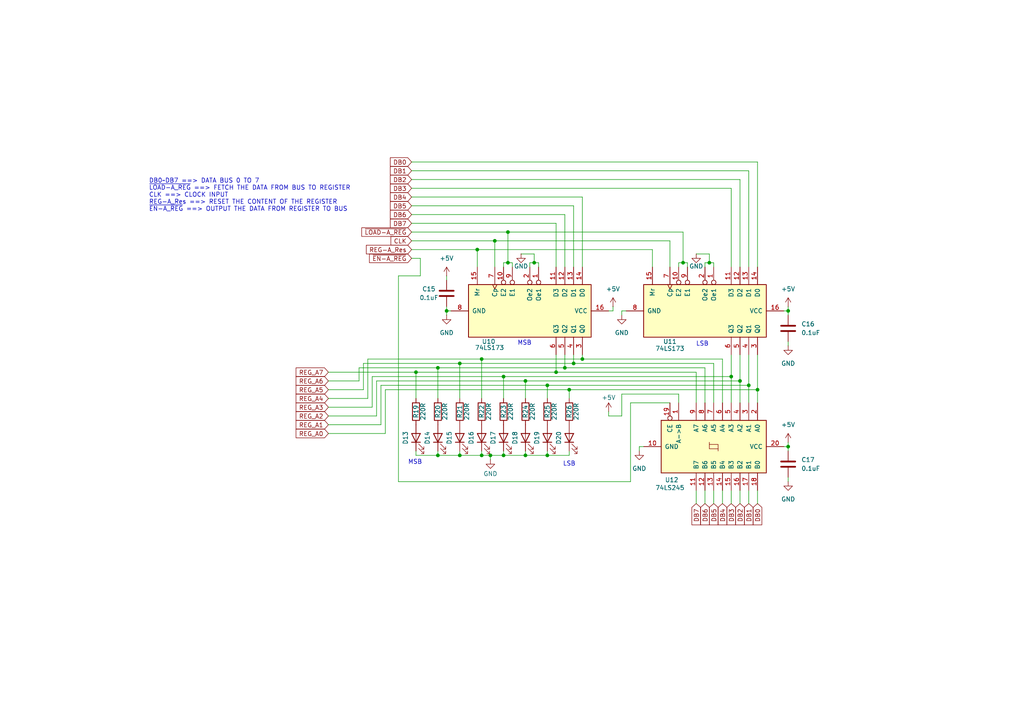
<source format=kicad_sch>
(kicad_sch (version 20231120) (generator "eeschema") (generator_version "8.0")
  (paper "A4")
  (title_block (title "8-BIT A REGISTER") (date "2024-09-16") (rev "0.0") (company "MY COMPANY") (comment 1 "AUTHOR SAYAN RANA"))
  (lib_symbols
    (symbol "74xx:74LS173" (pin_names (offset 1.016))
      (property "Reference" "U" (at -7.62 19.05 0))
      (property "Value" "74LS173" (at -7.62 -19.05 0))
      (symbol "74LS173_1_0"
        (pin input inverted (at -12.7 2.54 0) (length 5.08) (name "Oe1") (number "1"))
        (pin input inverted (at -12.7 -7.62 0) (length 5.08) (name "E2") (number "10"))
        (pin input line (at -12.7 7.62 0) (length 5.08) (name "D3") (number "11"))
        (pin input line (at -12.7 10.16 0) (length 5.08) (name "D2") (number "12"))
        (pin input line (at -12.7 12.7 0) (length 5.08) (name "D1") (number "13"))
        (pin input line (at -12.7 15.24 0) (length 5.08) (name "D0") (number "14"))
        (pin input line (at -12.7 -15.24 0) (length 5.08) (name "Mr") (number "15"))
        (pin power_in line (at 0 22.86 270) (length 5.08) (name "VCC") (number "16"))
        (pin input inverted (at -12.7 0 0) (length 5.08) (name "Oe2") (number "2"))
        (pin tri_state line (at 12.7 15.24 180) (length 5.08) (name "Q0") (number "3"))
        (pin tri_state line (at 12.7 12.7 180) (length 5.08) (name "Q1") (number "4"))
        (pin tri_state line (at 12.7 10.16 180) (length 5.08) (name "Q2") (number "5"))
        (pin tri_state line (at 12.7 7.62 180) (length 5.08) (name "Q3") (number "6"))
        (pin input clock (at -12.7 -10.16 0) (length 5.08) (name "Cp") (number "7"))
        (pin power_in line (at 0 -22.86 90) (length 5.08) (name "GND") (number "8"))
        (pin input inverted (at -12.7 -5.08 0) (length 5.08) (name "E1") (number "9"))
      )
      (symbol "74LS173_1_1"
        (rectangle (start -7.62 17.78) (end 7.62 -17.78) (stroke (width 0.254)) (fill (type background)))
      )
    )
    (symbol "74xx:74LS245" (pin_names (offset 1.016))
      (property "Reference" "U" (at -7.62 16.51 0))
      (property "Value" "74LS245" (at -7.62 -16.51 0))
      (symbol "74LS245_1_0"
        (polyline (pts (xy -0.635 -1.27) (xy -0.635 1.27) (xy 0.635 1.27)))
        (polyline (pts (xy -1.27 -1.27) (xy 0.635 -1.27) (xy 0.635 1.27) (xy 1.27 1.27)))
        (pin input line (at -12.7 -10.16 0) (length 5.08) (name "A->B") (number "1"))
        (pin power_in line (at 0 -20.32 90) (length 5.08) (name "GND") (number "10"))
        (pin tri_state line (at 12.7 -5.08 180) (length 5.08) (name "B7") (number "11"))
        (pin tri_state line (at 12.7 -2.54 180) (length 5.08) (name "B6") (number "12"))
        (pin tri_state line (at 12.7 0 180) (length 5.08) (name "B5") (number "13"))
        (pin tri_state line (at 12.7 2.54 180) (length 5.08) (name "B4") (number "14"))
        (pin tri_state line (at 12.7 5.08 180) (length 5.08) (name "B3") (number "15"))
        (pin tri_state line (at 12.7 7.62 180) (length 5.08) (name "B2") (number "16"))
        (pin tri_state line (at 12.7 10.16 180) (length 5.08) (name "B1") (number "17"))
        (pin tri_state line (at 12.7 12.7 180) (length 5.08) (name "B0") (number "18"))
        (pin input inverted (at -12.7 -12.7 0) (length 5.08) (name "CE") (number "19"))
        (pin tri_state line (at -12.7 12.7 0) (length 5.08) (name "A0") (number "2"))
        (pin power_in line (at 0 20.32 270) (length 5.08) (name "VCC") (number "20"))
        (pin tri_state line (at -12.7 10.16 0) (length 5.08) (name "A1") (number "3"))
        (pin tri_state line (at -12.7 7.62 0) (length 5.08) (name "A2") (number "4"))
        (pin tri_state line (at -12.7 5.08 0) (length 5.08) (name "A3") (number "5"))
        (pin tri_state line (at -12.7 2.54 0) (length 5.08) (name "A4") (number "6"))
        (pin tri_state line (at -12.7 0 0) (length 5.08) (name "A5") (number "7"))
        (pin tri_state line (at -12.7 -2.54 0) (length 5.08) (name "A6") (number "8"))
        (pin tri_state line (at -12.7 -5.08 0) (length 5.08) (name "A7") (number "9"))
      )
      (symbol "74LS245_1_1"
        (rectangle (start -7.62 15.24) (end 7.62 -15.24) (stroke (width 0.254)) (fill (type background)))
      )
    )
    (symbol "Device:C" (pin_numbers hide) (pin_names (offset 0.254))
      (property "Reference" "C" (at 0.635 2.54 0))
      (property "Value" "C" (at 0.635 -2.54 0))
      (symbol "C_0_1"
        (polyline (pts (xy -2.032 -0.762) (xy 2.032 -0.762)) (stroke (width 0.508)))
        (polyline (pts (xy -2.032 0.762) (xy 2.032 0.762)) (stroke (width 0.508)))
      )
      (symbol "C_1_1"
        (pin passive line (at 0 3.81 270) (length 2.794) (name "~") (number "1"))
        (pin passive line (at 0 -3.81 90) (length 2.794) (name "~") (number "2"))
      )
    )
    (symbol "Device:LED" (pin_numbers hide) (pin_names (offset 1.016) hide)
      (property "Reference" "D" (at 0 2.54 0))
      (property "Value" "LED" (at 0 -2.54 0))
      (symbol "LED_0_1"
        (polyline (pts (xy -1.27 -1.27) (xy -1.27 1.27)) (stroke (width 0.254)))
        (polyline (pts (xy -1.27 0) (xy 1.27 0)))
        (polyline (pts (xy 1.27 -1.27) (xy 1.27 1.27) (xy -1.27 0) (xy 1.27 -1.27)) (stroke (width 0.254)))
        (polyline (pts (xy -3.048 -0.762) (xy -4.572 -2.286) (xy -3.81 -2.286) (xy -4.572 -2.286) (xy -4.572 -1.524)))
        (polyline (pts (xy -1.778 -0.762) (xy -3.302 -2.286) (xy -2.54 -2.286) (xy -3.302 -2.286) (xy -3.302 -1.524)))
      )
      (symbol "LED_1_1"
        (pin passive line (at -3.81 0 0) (length 2.54) (name "K") (number "1"))
        (pin passive line (at 3.81 0 180) (length 2.54) (name "A") (number "2"))
      )
    )
    (symbol "Device:R" (pin_numbers hide) (pin_names (offset 0))
      (property "Reference" "R" (at 2.032 0 90))
      (property "Value" "R" (at 0 0 90))
      (symbol "R_0_1"
        (rectangle (start -1.016 -2.54) (end 1.016 2.54) (stroke (width 0.254)))
      )
      (symbol "R_1_1"
        (pin passive line (at 0 3.81 270) (length 1.27) (name "~") (number "1"))
        (pin passive line (at 0 -3.81 90) (length 1.27) (name "~") (number "2"))
      )
    )
    (symbol "power:+5V" (power) (pin_numbers hide) (pin_names (offset 0) hide)
      (property "Value" "+5V" (at 0 3.556 0))
      (symbol "+5V_0_1"
        (polyline (pts (xy -0.762 1.27) (xy 0 2.54)))
        (polyline (pts (xy 0 0) (xy 0 2.54)))
        (polyline (pts (xy 0 2.54) (xy 0.762 1.27)))
      )
      (symbol "+5V_1_1"
        (pin power_in line (at 0 0 90) (length 0) (name "~") (number "1"))
      )
    )
    (symbol "power:GND" (power) (pin_numbers hide) (pin_names (offset 0) hide)
      (property "Value" "GND" (at 0 -3.81 0))
      (symbol "GND_0_1"
        (polyline (pts (xy 0 0) (xy 0 -1.27) (xy 1.27 -1.27) (xy 0 -2.54) (xy -1.27 -1.27) (xy 0 -1.27)))
      )
      (symbol "GND_1_1"
        (pin power_in line (at 0 0 270) (length 0) (name "~") (number "1"))
      )
    )
  )
  (junction (at 139.7 132.08))
  (junction (at 166.37 105.41))
  (junction (at 146.05 109.22))
  (junction (at 158.75 132.08))
  (junction (at 133.35 105.41))
  (junction (at 228.6 129.54))
  (junction (at 168.91 104.14))
  (junction (at 228.6 90.17))
  (junction (at 217.17 111.76))
  (junction (at 133.35 132.08))
  (junction (at 147.32 67.31))
  (junction (at 154.94 76.2))
  (junction (at 212.09 109.22))
  (junction (at 161.29 107.95))
  (junction (at 147.32 76.2))
  (junction (at 127 132.08))
  (junction (at 163.83 106.68))
  (junction (at 143.51 69.85))
  (junction (at 152.4 132.08))
  (junction (at 198.12 76.2))
  (junction (at 142.24 132.08))
  (junction (at 138.43 72.39))
  (junction (at 146.05 132.08))
  (junction (at 152.4 110.49))
  (junction (at 205.74 76.2))
  (junction (at 139.7 104.14))
  (junction (at 158.75 111.76))
  (junction (at 165.1 113.03))
  (junction (at 214.63 110.49))
  (junction (at 120.65 107.95))
  (junction (at 219.71 113.03))
  (junction (at 129.54 90.17))
  (junction (at 127 106.68))
  (wire (pts (xy 228.6 90.17) (xy 228.6 88.9)))
  (wire (pts (xy 196.85 77.47) (xy 196.85 76.2)))
  (wire (pts (xy 152.4 130.81) (xy 152.4 132.08)))
  (wire (pts (xy 201.93 73.66) (xy 205.74 73.66)))
  (wire (pts (xy 127 115.57) (xy 127 106.68)))
  (wire (pts (xy 119.38 64.77) (xy 161.29 64.77)))
  (wire (pts (xy 214.63 110.49) (xy 214.63 116.84)))
  (wire (pts (xy 139.7 104.14) (xy 106.68 104.14)))
  (wire (pts (xy 146.05 109.22) (xy 212.09 109.22)))
  (wire (pts (xy 182.88 139.7) (xy 115.57 139.7)))
  (wire (pts (xy 165.1 132.08) (xy 165.1 130.81)))
  (wire (pts (xy 156.21 76.2) (xy 156.21 77.47)))
  (wire (pts (xy 161.29 107.95) (xy 161.29 102.87)))
  (wire (pts (xy 165.1 113.03) (xy 219.71 113.03)))
  (wire (pts (xy 228.6 129.54) (xy 228.6 130.81)))
  (wire (pts (xy 143.51 69.85) (xy 143.51 77.47)))
  (wire (pts (xy 205.74 73.66) (xy 205.74 76.2)))
  (wire (pts (xy 204.47 76.2) (xy 205.74 76.2)))
  (wire (pts (xy 127 130.81) (xy 127 132.08)))
  (wire (pts (xy 143.51 69.85) (xy 194.31 69.85)))
  (wire (pts (xy 115.57 80.01) (xy 121.92 80.01)))
  (wire (pts (xy 180.34 114.3) (xy 180.34 120.65)))
  (wire (pts (xy 138.43 77.47) (xy 138.43 72.39)))
  (wire (pts (xy 228.6 128.27) (xy 228.6 129.54)))
  (wire (pts (xy 120.65 130.81) (xy 120.65 132.08)))
  (wire (pts (xy 133.35 105.41) (xy 166.37 105.41)))
  (wire (pts (xy 121.92 80.01) (xy 121.92 74.93)))
  (wire (pts (xy 168.91 57.15) (xy 168.91 77.47)))
  (wire (pts (xy 161.29 64.77) (xy 161.29 77.47)))
  (wire (pts (xy 194.31 69.85) (xy 194.31 77.47)))
  (wire (pts (xy 133.35 130.81) (xy 133.35 132.08)))
  (wire (pts (xy 146.05 132.08) (xy 152.4 132.08)))
  (wire (pts (xy 119.38 67.31) (xy 147.32 67.31)))
  (wire (pts (xy 176.53 120.65) (xy 176.53 119.38)))
  (wire (pts (xy 153.67 76.2) (xy 154.94 76.2)))
  (wire (pts (xy 139.7 115.57) (xy 139.7 104.14)))
  (wire (pts (xy 95.25 115.57) (xy 106.68 115.57)))
  (wire (pts (xy 163.83 102.87) (xy 163.83 106.68)))
  (wire (pts (xy 201.93 107.95) (xy 201.93 116.84)))
  (wire (pts (xy 219.71 113.03) (xy 219.71 116.84)))
  (wire (pts (xy 185.42 129.54) (xy 186.69 129.54)))
  (wire (pts (xy 133.35 105.41) (xy 105.41 105.41)))
  (wire (pts (xy 185.42 130.81) (xy 185.42 129.54)))
  (wire (pts (xy 219.71 46.99) (xy 219.71 77.47)))
  (wire (pts (xy 146.05 115.57) (xy 146.05 109.22)))
  (wire (pts (xy 151.13 73.66) (xy 154.94 73.66)))
  (wire (pts (xy 207.01 76.2) (xy 207.01 77.47)))
  (wire (pts (xy 146.05 77.47) (xy 146.05 76.2)))
  (wire (pts (xy 204.47 142.24) (xy 204.47 146.05)))
  (wire (pts (xy 142.24 132.08) (xy 146.05 132.08)))
  (wire (pts (xy 146.05 109.22) (xy 107.95 109.22)))
  (wire (pts (xy 212.09 142.24) (xy 212.09 146.05)))
  (wire (pts (xy 95.25 113.03) (xy 105.41 113.03)))
  (wire (pts (xy 214.63 142.24) (xy 214.63 146.05)))
  (wire (pts (xy 182.88 116.84) (xy 182.88 139.7)))
  (wire (pts (xy 105.41 113.03) (xy 105.41 105.41)))
  (wire (pts (xy 129.54 90.17) (xy 129.54 91.44)))
  (wire (pts (xy 209.55 104.14) (xy 209.55 116.84)))
  (wire (pts (xy 127 106.68) (xy 163.83 106.68)))
  (wire (pts (xy 204.47 77.47) (xy 204.47 76.2)))
  (wire (pts (xy 217.17 142.24) (xy 217.17 146.05)))
  (wire (pts (xy 120.65 132.08) (xy 127 132.08)))
  (wire (pts (xy 165.1 115.57) (xy 165.1 113.03)))
  (wire (pts (xy 227.33 90.17) (xy 228.6 90.17)))
  (wire (pts (xy 212.09 109.22) (xy 212.09 116.84)))
  (wire (pts (xy 119.38 72.39) (xy 138.43 72.39)))
  (wire (pts (xy 119.38 54.61) (xy 212.09 54.61)))
  (wire (pts (xy 228.6 90.17) (xy 228.6 91.44)))
  (wire (pts (xy 146.05 130.81) (xy 146.05 132.08)))
  (wire (pts (xy 147.32 76.2) (xy 148.59 76.2)))
  (wire (pts (xy 219.71 142.24) (xy 219.71 146.05)))
  (wire (pts (xy 158.75 130.81) (xy 158.75 132.08)))
  (wire (pts (xy 119.38 49.53) (xy 217.17 49.53)))
  (wire (pts (xy 158.75 132.08) (xy 165.1 132.08)))
  (wire (pts (xy 109.22 110.49) (xy 109.22 120.65)))
  (wire (pts (xy 146.05 76.2) (xy 147.32 76.2)))
  (wire (pts (xy 147.32 67.31) (xy 147.32 76.2)))
  (wire (pts (xy 228.6 99.06) (xy 228.6 100.33)))
  (wire (pts (xy 154.94 76.2) (xy 156.21 76.2)))
  (wire (pts (xy 166.37 105.41) (xy 166.37 102.87)))
  (wire (pts (xy 201.93 142.24) (xy 201.93 146.05)))
  (wire (pts (xy 115.57 139.7) (xy 115.57 80.01)))
  (wire (pts (xy 120.65 107.95) (xy 120.65 115.57)))
  (wire (pts (xy 104.14 110.49) (xy 104.14 106.68)))
  (wire (pts (xy 196.85 76.2) (xy 198.12 76.2)))
  (wire (pts (xy 129.54 88.9) (xy 129.54 90.17)))
  (wire (pts (xy 209.55 142.24) (xy 209.55 146.05)))
  (wire (pts (xy 110.49 111.76) (xy 110.49 123.19)))
  (wire (pts (xy 127 106.68) (xy 104.14 106.68)))
  (wire (pts (xy 95.25 125.73) (xy 111.76 125.73)))
  (wire (pts (xy 152.4 110.49) (xy 109.22 110.49)))
  (wire (pts (xy 182.88 116.84) (xy 194.31 116.84)))
  (wire (pts (xy 119.38 52.07) (xy 214.63 52.07)))
  (wire (pts (xy 148.59 76.2) (xy 148.59 77.47)))
  (wire (pts (xy 177.8 88.9) (xy 177.8 90.17)))
  (wire (pts (xy 152.4 115.57) (xy 152.4 110.49)))
  (wire (pts (xy 119.38 57.15) (xy 168.91 57.15)))
  (wire (pts (xy 163.83 62.23) (xy 163.83 77.47)))
  (wire (pts (xy 129.54 80.01) (xy 129.54 81.28)))
  (wire (pts (xy 227.33 129.54) (xy 228.6 129.54)))
  (wire (pts (xy 189.23 72.39) (xy 189.23 77.47)))
  (wire (pts (xy 107.95 109.22) (xy 107.95 118.11)))
  (wire (pts (xy 198.12 67.31) (xy 147.32 67.31)))
  (wire (pts (xy 207.01 142.24) (xy 207.01 146.05)))
  (wire (pts (xy 106.68 104.14) (xy 106.68 115.57)))
  (wire (pts (xy 165.1 113.03) (xy 111.76 113.03)))
  (wire (pts (xy 198.12 76.2) (xy 199.39 76.2)))
  (wire (pts (xy 214.63 52.07) (xy 214.63 77.47)))
  (wire (pts (xy 95.25 107.95) (xy 120.65 107.95)))
  (wire (pts (xy 138.43 72.39) (xy 189.23 72.39)))
  (wire (pts (xy 196.85 116.84) (xy 196.85 114.3)))
  (wire (pts (xy 180.34 120.65) (xy 176.53 120.65)))
  (wire (pts (xy 153.67 77.47) (xy 153.67 76.2)))
  (wire (pts (xy 217.17 102.87) (xy 217.17 111.76)))
  (wire (pts (xy 119.38 69.85) (xy 143.51 69.85)))
  (wire (pts (xy 95.25 110.49) (xy 104.14 110.49)))
  (wire (pts (xy 139.7 132.08) (xy 142.24 132.08)))
  (wire (pts (xy 199.39 76.2) (xy 199.39 77.47)))
  (wire (pts (xy 121.92 74.93) (xy 119.38 74.93)))
  (wire (pts (xy 166.37 77.47) (xy 166.37 59.69)))
  (wire (pts (xy 181.61 90.17) (xy 180.34 90.17)))
  (wire (pts (xy 163.83 106.68) (xy 204.47 106.68)))
  (wire (pts (xy 217.17 111.76) (xy 217.17 116.84)))
  (wire (pts (xy 120.65 107.95) (xy 161.29 107.95)))
  (wire (pts (xy 201.93 107.95) (xy 161.29 107.95)))
  (wire (pts (xy 228.6 138.43) (xy 228.6 139.7)))
  (wire (pts (xy 212.09 54.61) (xy 212.09 77.47)))
  (wire (pts (xy 127 132.08) (xy 133.35 132.08)))
  (wire (pts (xy 152.4 110.49) (xy 214.63 110.49)))
  (wire (pts (xy 217.17 49.53) (xy 217.17 77.47)))
  (wire (pts (xy 168.91 104.14) (xy 209.55 104.14)))
  (wire (pts (xy 154.94 73.66) (xy 154.94 76.2)))
  (wire (pts (xy 207.01 105.41) (xy 207.01 116.84)))
  (wire (pts (xy 212.09 102.87) (xy 212.09 109.22)))
  (wire (pts (xy 95.25 118.11) (xy 107.95 118.11)))
  (wire (pts (xy 204.47 106.68) (xy 204.47 116.84)))
  (wire (pts (xy 198.12 76.2) (xy 198.12 67.31)))
  (wire (pts (xy 139.7 104.14) (xy 168.91 104.14)))
  (wire (pts (xy 158.75 111.76) (xy 110.49 111.76)))
  (wire (pts (xy 142.24 132.08) (xy 142.24 133.35)))
  (wire (pts (xy 133.35 132.08) (xy 139.7 132.08)))
  (wire (pts (xy 119.38 46.99) (xy 219.71 46.99)))
  (wire (pts (xy 207.01 105.41) (xy 166.37 105.41)))
  (wire (pts (xy 205.74 76.2) (xy 207.01 76.2)))
  (wire (pts (xy 133.35 115.57) (xy 133.35 105.41)))
  (wire (pts (xy 95.25 120.65) (xy 109.22 120.65)))
  (wire (pts (xy 166.37 59.69) (xy 119.38 59.69)))
  (wire (pts (xy 214.63 102.87) (xy 214.63 110.49)))
  (wire (pts (xy 158.75 115.57) (xy 158.75 111.76)))
  (wire (pts (xy 119.38 62.23) (xy 163.83 62.23)))
  (wire (pts (xy 111.76 113.03) (xy 111.76 125.73)))
  (wire (pts (xy 152.4 132.08) (xy 158.75 132.08)))
  (wire (pts (xy 177.8 90.17) (xy 176.53 90.17)))
  (wire (pts (xy 168.91 104.14) (xy 168.91 102.87)))
  (wire (pts (xy 158.75 111.76) (xy 217.17 111.76)))
  (wire (pts (xy 95.25 123.19) (xy 110.49 123.19)))
  (wire (pts (xy 139.7 130.81) (xy 139.7 132.08)))
  (wire (pts (xy 130.81 90.17) (xy 129.54 90.17)))
  (wire (pts (xy 219.71 102.87) (xy 219.71 113.03)))
  (wire (pts (xy 180.34 90.17) (xy 180.34 91.44)))
  (wire (pts (xy 196.85 114.3) (xy 180.34 114.3)))
  (text "DB0~DB7 ==> DATA BUS 0 TO 7\n~{LOAD-A_REG} ==> FETCH THE DATA FROM BUS TO REGISTER\nCLK ==> CLOCK INPUT\nREG-A_Res ==> RESET THE CONTENT OF THE REGISTER\n~{EN-A_REG} ==> OUTPUT THE DATA FROM REGISTER TO BUS" (at 43.18 56.642 0) (effects (font (size 1.27 1.27)) (justify left)))
  (text "MSB" (at 120.396 134.112 0) (effects (font (size 1.27 1.27))))
  (text "LSB" (at 165.1 134.62 0) (effects (font (size 1.27 1.27))))
  (text "LSB" (at 203.708 99.822 0) (effects (font (size 1.27 1.27))))
  (text "MSB" (at 152.146 99.568 0) (effects (font (size 1.27 1.27))))
  (global_label "DB7" (shape input) (at 119.38 64.77 180) (property "Intersheetrefs" "${INTERSHEET_REFS}" (effects (hide yes))))
  (global_label "CLK" (shape input) (at 119.38 69.85 180) (property "Intersheetrefs" "${INTERSHEET_REFS}" (effects (hide yes))))
  (global_label "DB2" (shape input) (at 119.38 52.07 180) (property "Intersheetrefs" "${INTERSHEET_REFS}" (effects (hide yes))))
  (global_label "DB4" (shape input) (at 119.38 57.15 180) (property "Intersheetrefs" "${INTERSHEET_REFS}" (effects (hide yes))))
  (global_label "DB6" (shape input) (at 119.38 62.23 180) (property "Intersheetrefs" "${INTERSHEET_REFS}" (effects (hide yes))))
  (global_label "~{LOAD-A_REG}" (shape input) (at 119.38 67.31 180) (property "Intersheetrefs" "${INTERSHEET_REFS}" (effects (hide yes))))
  (global_label "REG_A0" (shape input) (at 95.25 125.73 180) (property "Intersheetrefs" "${INTERSHEET_REFS}" (effects (hide yes))))
  (global_label "REG_A6" (shape input) (at 95.25 110.49 180) (property "Intersheetrefs" "${INTERSHEET_REFS}" (effects (hide yes))))
  (global_label "REG_A5" (shape input) (at 95.25 113.03 180) (property "Intersheetrefs" "${INTERSHEET_REFS}" (effects (hide yes))))
  (global_label "DB5" (shape input) (at 207.01 146.05 270) (property "Intersheetrefs" "${INTERSHEET_REFS}" (effects (hide yes))))
  (global_label "DB0" (shape input) (at 219.71 146.05 270) (property "Intersheetrefs" "${INTERSHEET_REFS}" (effects (hide yes))))
  (global_label "DB4" (shape input) (at 209.55 146.05 270) (property "Intersheetrefs" "${INTERSHEET_REFS}" (effects (hide yes))))
  (global_label "DB1" (shape input) (at 217.17 146.05 270) (property "Intersheetrefs" "${INTERSHEET_REFS}" (effects (hide yes))))
  (global_label "REG-A_Res" (shape input) (at 119.38 72.39 180) (property "Intersheetrefs" "${INTERSHEET_REFS}" (effects (hide yes))))
  (global_label "DB3" (shape input) (at 119.38 54.61 180) (property "Intersheetrefs" "${INTERSHEET_REFS}" (effects (hide yes))))
  (global_label "~{EN-A_REG}" (shape input) (at 119.38 74.93 180) (property "Intersheetrefs" "${INTERSHEET_REFS}" (effects (hide yes))))
  (global_label "DB5" (shape input) (at 119.38 59.69 180) (property "Intersheetrefs" "${INTERSHEET_REFS}" (effects (hide yes))))
  (global_label "REG_A7" (shape input) (at 95.25 107.95 180) (property "Intersheetrefs" "${INTERSHEET_REFS}" (effects (hide yes))))
  (global_label "DB1" (shape input) (at 119.38 49.53 180) (property "Intersheetrefs" "${INTERSHEET_REFS}" (effects (hide yes))))
  (global_label "DB3" (shape input) (at 212.09 146.05 270) (property "Intersheetrefs" "${INTERSHEET_REFS}" (effects (hide yes))))
  (global_label "DB2" (shape input) (at 214.63 146.05 270) (property "Intersheetrefs" "${INTERSHEET_REFS}" (effects (hide yes))))
  (global_label "REG_A3" (shape input) (at 95.25 118.11 180) (property "Intersheetrefs" "${INTERSHEET_REFS}" (effects (hide yes))))
  (global_label "DB0" (shape input) (at 119.38 46.99 180) (property "Intersheetrefs" "${INTERSHEET_REFS}" (effects (hide yes))))
  (global_label "REG_A4" (shape input) (at 95.25 115.57 180) (property "Intersheetrefs" "${INTERSHEET_REFS}" (effects (hide yes))))
  (global_label "DB6" (shape input) (at 204.47 146.05 270) (property "Intersheetrefs" "${INTERSHEET_REFS}" (effects (hide yes))))
  (global_label "REG_A1" (shape input) (at 95.25 123.19 180) (property "Intersheetrefs" "${INTERSHEET_REFS}" (effects (hide yes))))
  (global_label "REG_A2" (shape input) (at 95.25 120.65 180) (property "Intersheetrefs" "${INTERSHEET_REFS}" (effects (hide yes))))
  (global_label "DB7" (shape input) (at 201.93 146.05 270) (property "Intersheetrefs" "${INTERSHEET_REFS}" (effects (hide yes))))
  (symbol (lib_id "power:GND") (at 129.54 91.44 0) (unit 1)
    (property "Reference" "#PWR030" (effects (hide yes)))
    (property "Value" "GND" (at 129.54 96.52 0))
    (property "Description" "Power symbol creates a global label with name \"GND\" , ground" (effects (hide yes)))
  )
  (symbol (lib_id "power:GND") (at 228.6 139.7 0) (unit 1)
    (property "Reference" "#PWR041" (effects (hide yes)))
    (property "Value" "GND" (at 228.6 144.78 0))
    (property "Description" "Power symbol creates a global label with name \"GND\" , ground" (effects (hide yes)))
  )
  (symbol (lib_id "74xx:74LS245") (at 207.01 129.54 270) (unit 1)
    (property "Reference" "U12" (at 194.818 139.192 90))
    (property "Value" "74LS245" (at 194.31 141.478 90))
    (property "Datasheet" "http://www.ti.com/lit/gpn/sn74LS245" (effects (hide yes)))
    (property "Description" "Octal BUS Transceivers, 3-State outputs" (effects (hide yes)))
  )
  (symbol (lib_id "Device:R") (at 165.1 119.38 180) (unit 1)
    (property "Reference" "R26" (at 165.1 119.38 90))
    (property "Value" "220R" (at 167.132 119.38 90))
    (property "Description" "Resistor" (effects (hide yes)))
  )
  (symbol (lib_id "power:+5V") (at 129.54 80.01 0) (unit 1)
    (property "Reference" "#PWR029" (effects (hide yes)))
    (property "Value" "+5V" (at 129.54 74.93 0))
    (property "Description" "Power symbol creates a global label with name \"+5V\"" (effects (hide yes)))
  )
  (symbol (lib_id "power:+5V") (at 176.53 119.38 0) (unit 1)
    (property "Reference" "#PWR033" (effects (hide yes)))
    (property "Value" "+5V" (at 176.53 115.316 0))
    (property "Description" "Power symbol creates a global label with name \"+5V\"" (effects (hide yes)))
  )
  (symbol (lib_id "power:GND") (at 180.34 91.44 0) (unit 1)
    (property "Reference" "#PWR035" (effects (hide yes)))
    (property "Value" "GND" (at 180.34 96.52 0))
    (property "Description" "Power symbol creates a global label with name \"GND\" , ground" (effects (hide yes)))
  )
  (symbol (lib_id "Device:LED") (at 152.4 127 90) (unit 1)
    (property "Reference" "D18" (at 149.352 127 0))
    (property "Value" "LED" (effects (hide yes)))
    (property "Description" "Light emitting diode" (effects (hide yes)))
  )
  (symbol (lib_id "Device:C") (at 228.6 95.25 0) (unit 1)
    (property "Reference" "C16" (at 232.41 93.9799 0) (effects (justify left)))
    (property "Value" "0.1uF" (at 232.41 96.5199 0) (effects (justify left)))
    (property "Description" "Unpolarized capacitor" (effects (hide yes)))
  )
  (symbol (lib_id "Device:C") (at 228.6 134.62 0) (unit 1)
    (property "Reference" "C17" (at 232.41 133.3499 0) (effects (justify left)))
    (property "Value" "0.1uF" (at 232.41 135.8899 0) (effects (justify left)))
    (property "Description" "Unpolarized capacitor" (effects (hide yes)))
  )
  (symbol (lib_id "Device:R") (at 139.7 119.38 180) (unit 1)
    (property "Reference" "R22" (at 139.7 119.38 90))
    (property "Value" "220R" (at 141.732 119.38 90))
    (property "Description" "Resistor" (effects (hide yes)))
  )
  (symbol (lib_id "Device:LED") (at 146.05 127 90) (unit 1)
    (property "Reference" "D17" (at 143.002 127 0))
    (property "Value" "LED" (effects (hide yes)))
    (property "Description" "Light emitting diode" (effects (hide yes)))
  )
  (symbol (lib_id "Device:C") (at 129.54 85.09 0) (unit 1)
    (property "Reference" "C15" (at 122.428 83.82 0) (effects (justify left)))
    (property "Value" "0.1uF" (at 121.666 86.36 0) (effects (justify left)))
    (property "Description" "Unpolarized capacitor" (effects (hide yes)))
  )
  (symbol (lib_id "power:GND") (at 201.93 73.66 0) (unit 1)
    (property "Reference" "#PWR037" (effects (hide yes)))
    (property "Value" "GND" (at 201.93 77.216 0))
    (property "Description" "Power symbol creates a global label with name \"GND\" , ground" (effects (hide yes)))
  )
  (symbol (lib_id "Device:LED") (at 165.1 127 90) (unit 1)
    (property "Reference" "D20" (at 162.052 127 0))
    (property "Value" "LED" (effects (hide yes)))
    (property "Description" "Light emitting diode" (effects (hide yes)))
  )
  (symbol (lib_id "power:GND") (at 142.24 133.35 0) (unit 1)
    (property "Reference" "#PWR031" (effects (hide yes)))
    (property "Value" "GND" (at 142.24 137.414 0))
    (property "Description" "Power symbol creates a global label with name \"GND\" , ground" (effects (hide yes)))
  )
  (symbol (lib_id "power:+5V") (at 177.8 88.9 0) (unit 1)
    (property "Reference" "#PWR034" (effects (hide yes)))
    (property "Value" "+5V" (at 177.8 83.82 0))
    (property "Description" "Power symbol creates a global label with name \"+5V\"" (effects (hide yes)))
  )
  (symbol (lib_id "Device:R") (at 158.75 119.38 180) (unit 1)
    (property "Reference" "R25" (at 158.75 119.38 90))
    (property "Value" "220R" (at 160.782 119.38 90))
    (property "Description" "Resistor" (effects (hide yes)))
  )
  (symbol (lib_id "Device:R") (at 120.65 119.38 180) (unit 1)
    (property "Reference" "R19" (at 120.65 119.38 90))
    (property "Value" "220R" (at 122.682 119.38 90))
    (property "Description" "Resistor" (effects (hide yes)))
  )
  (symbol (lib_id "power:GND") (at 185.42 130.81 0) (unit 1)
    (property "Reference" "#PWR036" (effects (hide yes)))
    (property "Value" "GND" (at 185.42 135.89 0))
    (property "Description" "Power symbol creates a global label with name \"GND\" , ground" (effects (hide yes)))
  )
  (symbol (lib_id "Device:R") (at 127 119.38 180) (unit 1)
    (property "Reference" "R20" (at 127 119.38 90))
    (property "Value" "220R" (at 129.032 119.38 90))
    (property "Description" "Resistor" (effects (hide yes)))
  )
  (symbol (lib_id "Device:LED") (at 133.35 127 90) (unit 1)
    (property "Reference" "D15" (at 130.302 127 0))
    (property "Value" "LED" (effects (hide yes)))
    (property "Description" "Light emitting diode" (effects (hide yes)))
  )
  (symbol (lib_id "Device:LED") (at 127 127 90) (unit 1)
    (property "Reference" "D14" (at 123.952 127 0))
    (property "Value" "LED" (effects (hide yes)))
    (property "Description" "Light emitting diode" (effects (hide yes)))
  )
  (symbol (lib_id "74xx:74LS173") (at 153.67 90.17 270) (unit 1)
    (property "Reference" "U10" (at 141.732 99.06 90))
    (property "Value" "74LS173" (at 141.986 100.838 90))
    (property "Datasheet" "http://www.ti.com/lit/gpn/sn74LS173" (effects (hide yes)))
    (property "Description" "4-bit D-type Register, 3 state out" (effects (hide yes)))
  )
  (symbol (lib_id "Device:LED") (at 120.65 127 90) (unit 1)
    (property "Reference" "D13" (at 117.602 127 0))
    (property "Value" "LED" (effects (hide yes)))
    (property "Description" "Light emitting diode" (effects (hide yes)))
  )
  (symbol (lib_id "power:GND") (at 228.6 100.33 0) (unit 1)
    (property "Reference" "#PWR039" (effects (hide yes)))
    (property "Value" "GND" (at 228.6 105.41 0))
    (property "Description" "Power symbol creates a global label with name \"GND\" , ground" (effects (hide yes)))
  )
  (symbol (lib_id "Device:R") (at 133.35 119.38 180) (unit 1)
    (property "Reference" "R21" (at 133.35 119.38 90))
    (property "Value" "220R" (at 135.382 119.38 90))
    (property "Description" "Resistor" (effects (hide yes)))
  )
  (symbol (lib_id "power:GND") (at 151.13 73.66 0) (unit 1)
    (property "Reference" "#PWR032" (effects (hide yes)))
    (property "Value" "GND" (at 151.13 77.216 0))
    (property "Description" "Power symbol creates a global label with name \"GND\" , ground" (effects (hide yes)))
  )
  (symbol (lib_id "Device:R") (at 146.05 119.38 180) (unit 1)
    (property "Reference" "R23" (at 146.05 119.38 90))
    (property "Value" "220R" (at 148.082 119.38 90))
    (property "Description" "Resistor" (effects (hide yes)))
  )
  (symbol (lib_id "74xx:74LS173") (at 204.47 90.17 270) (unit 1)
    (property "Reference" "U11" (at 194.31 99.06 90))
    (property "Value" "74LS173" (at 194.31 101.092 90))
    (property "Datasheet" "http://www.ti.com/lit/gpn/sn74LS173" (effects (hide yes)))
    (property "Description" "4-bit D-type Register, 3 state out" (effects (hide yes)))
  )
  (symbol (lib_id "power:+5V") (at 228.6 128.27 0) (unit 1)
    (property "Reference" "#PWR040" (effects (hide yes)))
    (property "Value" "+5V" (at 228.6 123.19 0))
    (property "Description" "Power symbol creates a global label with name \"+5V\"" (effects (hide yes)))
  )
  (symbol (lib_id "Device:LED") (at 158.75 127 90) (unit 1)
    (property "Reference" "D19" (at 155.702 127 0))
    (property "Value" "LED" (effects (hide yes)))
    (property "Description" "Light emitting diode" (effects (hide yes)))
  )
  (symbol (lib_id "Device:R") (at 152.4 119.38 180) (unit 1)
    (property "Reference" "R24" (at 152.4 119.38 90))
    (property "Value" "220R" (at 154.432 119.38 90))
    (property "Description" "Resistor" (effects (hide yes)))
  )
  (symbol (lib_id "power:+5V") (at 228.6 88.9 0) (unit 1)
    (property "Reference" "#PWR038" (effects (hide yes)))
    (property "Value" "+5V" (at 228.6 83.82 0))
    (property "Description" "Power symbol creates a global label with name \"+5V\"" (effects (hide yes)))
  )
  (symbol (lib_id "Device:LED") (at 139.7 127 90) (unit 1)
    (property "Reference" "D16" (at 136.652 127 0))
    (property "Value" "LED" (effects (hide yes)))
    (property "Description" "Light emitting diode" (effects (hide yes)))
  )
)
</source>
